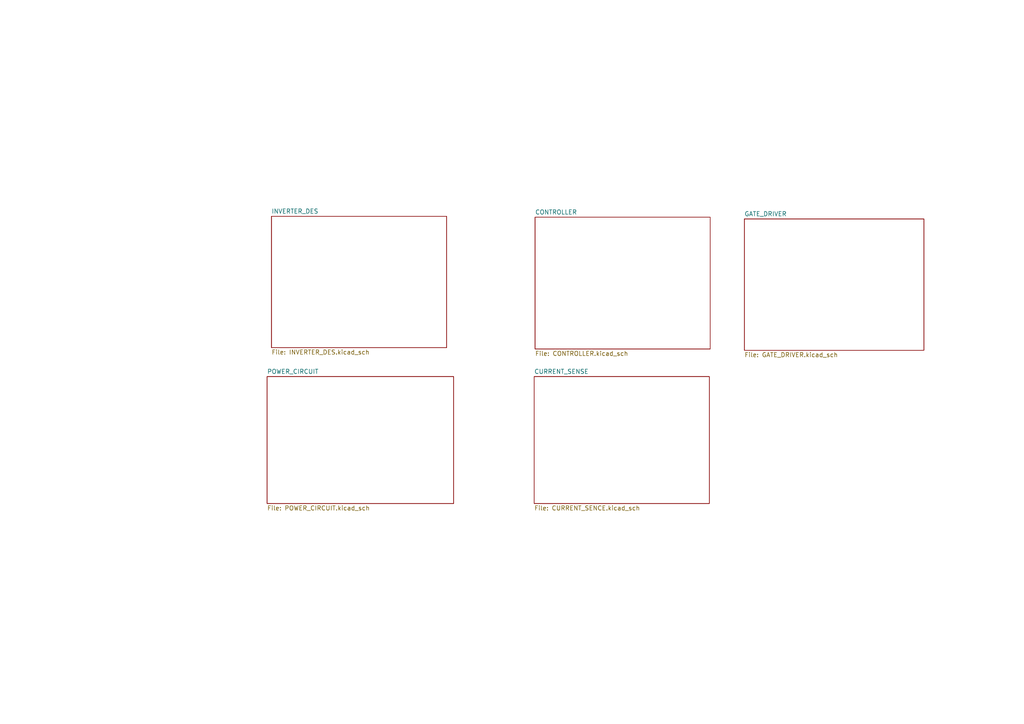
<source format=kicad_sch>
(kicad_sch
	(version 20250114)
	(generator "eeschema")
	(generator_version "9.0")
	(uuid "0e9ec8bb-3024-4b2a-a006-9a79b7a35050")
	(paper "A4")
	(lib_symbols)
	(sheet
		(at 155.194 62.992)
		(size 50.8 38.227)
		(exclude_from_sim no)
		(in_bom yes)
		(on_board yes)
		(dnp no)
		(fields_autoplaced yes)
		(stroke
			(width 0.1524)
			(type solid)
		)
		(fill
			(color 0 0 0 0.0000)
		)
		(uuid "325fb3fe-dba8-4ced-9296-7714aff8e749")
		(property "Sheetname" "CONTROLLER"
			(at 155.194 62.2804 0)
			(effects
				(font
					(size 1.27 1.27)
				)
				(justify left bottom)
			)
		)
		(property "Sheetfile" "CONTROLLER.kicad_sch"
			(at 155.194 101.8036 0)
			(effects
				(font
					(size 1.27 1.27)
				)
				(justify left top)
			)
		)
		(instances
			(project "bldc"
				(path "/0e9ec8bb-3024-4b2a-a006-9a79b7a35050"
					(page "3")
				)
			)
		)
	)
	(sheet
		(at 154.94 109.22)
		(size 50.8 36.83)
		(exclude_from_sim no)
		(in_bom yes)
		(on_board yes)
		(dnp no)
		(fields_autoplaced yes)
		(stroke
			(width 0.1524)
			(type solid)
		)
		(fill
			(color 0 0 0 0.0000)
		)
		(uuid "40c87223-96f4-4d46-9c46-3090deb53f15")
		(property "Sheetname" "CURRENT_SENSE"
			(at 154.94 108.5084 0)
			(effects
				(font
					(size 1.27 1.27)
				)
				(justify left bottom)
			)
		)
		(property "Sheetfile" "CURRENT_SENCE.kicad_sch"
			(at 154.94 146.6346 0)
			(effects
				(font
					(size 1.27 1.27)
				)
				(justify left top)
			)
		)
		(instances
			(project "bldc"
				(path "/0e9ec8bb-3024-4b2a-a006-9a79b7a35050"
					(page "5")
				)
			)
		)
	)
	(sheet
		(at 77.47 109.22)
		(size 54.102 36.83)
		(exclude_from_sim no)
		(in_bom yes)
		(on_board yes)
		(dnp no)
		(fields_autoplaced yes)
		(stroke
			(width 0.1524)
			(type solid)
		)
		(fill
			(color 0 0 0 0.0000)
		)
		(uuid "8801151c-4dde-466f-b636-5b57f0ada734")
		(property "Sheetname" "POWER_CIRCUIT"
			(at 77.47 108.5084 0)
			(effects
				(font
					(size 1.27 1.27)
				)
				(justify left bottom)
			)
		)
		(property "Sheetfile" "POWER_CIRCUIT.kicad_sch"
			(at 77.47 146.6346 0)
			(effects
				(font
					(size 1.27 1.27)
				)
				(justify left top)
			)
		)
		(instances
			(project "bldc"
				(path "/0e9ec8bb-3024-4b2a-a006-9a79b7a35050"
					(page "4")
				)
			)
		)
	)
	(sheet
		(at 215.9 63.5)
		(size 52.07 38.1)
		(exclude_from_sim no)
		(in_bom yes)
		(on_board yes)
		(dnp no)
		(fields_autoplaced yes)
		(stroke
			(width 0.1524)
			(type solid)
		)
		(fill
			(color 0 0 0 0.0000)
		)
		(uuid "a551219c-56ff-43b0-b89c-8a98940d7666")
		(property "Sheetname" "GATE_DRIVER"
			(at 215.9 62.7884 0)
			(effects
				(font
					(size 1.27 1.27)
				)
				(justify left bottom)
			)
		)
		(property "Sheetfile" "GATE_DRIVER.kicad_sch"
			(at 215.9 102.1846 0)
			(effects
				(font
					(size 1.27 1.27)
				)
				(justify left top)
			)
		)
		(instances
			(project "bldc"
				(path "/0e9ec8bb-3024-4b2a-a006-9a79b7a35050"
					(page "6")
				)
			)
		)
	)
	(sheet
		(at 78.74 62.738)
		(size 50.8 38.1)
		(exclude_from_sim no)
		(in_bom yes)
		(on_board yes)
		(dnp no)
		(fields_autoplaced yes)
		(stroke
			(width 0.1524)
			(type solid)
		)
		(fill
			(color 0 0 0 0.0000)
		)
		(uuid "e473916c-ce1a-423a-8099-16cd3f89a56a")
		(property "Sheetname" "INVERTER_DES"
			(at 78.74 62.0264 0)
			(effects
				(font
					(size 1.27 1.27)
				)
				(justify left bottom)
			)
		)
		(property "Sheetfile" "INVERTER_DES.kicad_sch"
			(at 78.74 101.4226 0)
			(effects
				(font
					(size 1.27 1.27)
				)
				(justify left top)
			)
		)
		(instances
			(project "bldc"
				(path "/0e9ec8bb-3024-4b2a-a006-9a79b7a35050"
					(page "2")
				)
			)
		)
	)
	(sheet_instances
		(path "/"
			(page "1")
		)
	)
	(embedded_fonts no)
)

</source>
